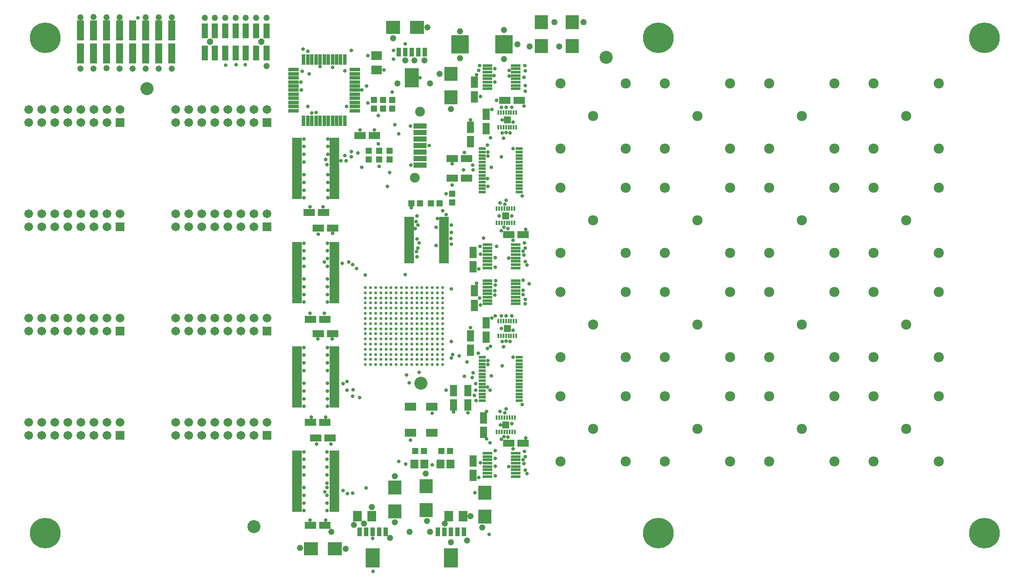
<source format=gts>
%FSLAX24Y24*%
%MOIN*%
G70*
G01*
G75*
G04 Layer_Color=8388736*
G04 Layer_Color=8388736*
%ADD10C,0.0177*%
%ADD11R,0.0394X0.0433*%
%ADD12R,0.0472X0.0787*%
%ADD13C,0.0400*%
%ADD14R,0.0394X0.1083*%
%ADD15R,0.0500X0.1449*%
%ADD16R,0.1024X0.0945*%
%ADD17R,0.1000X0.1400*%
%ADD18R,0.0300X0.0600*%
%ADD19R,0.0472X0.0472*%
%ADD20R,0.0098X0.0256*%
%ADD21R,0.0492X0.0165*%
%ADD22R,0.0650X0.0118*%
%ADD23R,0.0945X0.1024*%
%ADD24R,0.0787X0.0551*%
%ADD25R,0.0787X0.0472*%
%ADD26R,0.0669X0.0177*%
%ADD27R,0.0669X0.0177*%
%ADD28R,0.0197X0.0748*%
%ADD29R,0.0748X0.0197*%
%ADD30R,0.0945X0.0354*%
%ADD31R,0.0433X0.0394*%
%ADD32R,0.0709X0.0630*%
%ADD33R,0.0630X0.0709*%
%ADD34R,0.0512X0.0630*%
%ADD35R,0.1240X0.1360*%
%ADD36C,0.0060*%
%ADD37C,0.0080*%
%ADD38C,0.0100*%
%ADD39C,0.0120*%
%ADD40C,0.0200*%
%ADD41C,0.0160*%
%ADD42C,0.0110*%
%ADD43C,0.0150*%
%ADD44C,0.1750*%
%ADD45C,0.0433*%
%ADD46C,0.0700*%
%ADD47R,0.0591X0.0591*%
%ADD48C,0.0591*%
%ADD49C,0.0669*%
%ADD50C,0.0200*%
%ADD51R,0.0354X0.0276*%
%ADD52R,0.0276X0.0354*%
%ADD53C,0.0079*%
%ADD54C,0.0098*%
%ADD55C,0.0070*%
%ADD56C,0.0040*%
%ADD57C,0.0600*%
%ADD58C,0.0025*%
%ADD59C,0.0217*%
%ADD60R,0.0474X0.0513*%
%ADD61R,0.0552X0.0867*%
%ADD62C,0.1000*%
%ADD63R,0.0474X0.1163*%
%ADD64R,0.0580X0.1529*%
%ADD65R,0.1104X0.1025*%
%ADD66R,0.1080X0.1480*%
%ADD67R,0.0380X0.0680*%
%ADD68R,0.0552X0.0552*%
%ADD69R,0.0178X0.0336*%
%ADD70R,0.0572X0.0245*%
%ADD71R,0.0730X0.0198*%
%ADD72R,0.1025X0.1104*%
%ADD73R,0.0867X0.0631*%
%ADD74R,0.0867X0.0552*%
%ADD75R,0.0749X0.0257*%
%ADD76R,0.0749X0.0257*%
%ADD77R,0.0277X0.0828*%
%ADD78R,0.0828X0.0277*%
%ADD79R,0.1025X0.0434*%
%ADD80R,0.0513X0.0474*%
%ADD81R,0.0789X0.0710*%
%ADD82R,0.0710X0.0789*%
%ADD83R,0.0592X0.0710*%
%ADD84R,0.1320X0.1440*%
%ADD85C,0.2350*%
%ADD86C,0.0513*%
%ADD87C,0.0780*%
%ADD88R,0.0671X0.0671*%
%ADD89C,0.0671*%
%ADD90C,0.0749*%
%ADD91C,0.0280*%
%ADD92C,0.0480*%
D59*
X52953Y47441D02*
D03*
X53740Y48228D02*
D03*
X53346D02*
D03*
X55709Y52559D02*
D03*
X56102Y52165D02*
D03*
X56890Y52559D02*
D03*
X56496D02*
D03*
X56102Y52953D02*
D03*
Y53346D02*
D03*
Y52559D02*
D03*
X55709Y52165D02*
D03*
X55315Y52953D02*
D03*
Y53346D02*
D03*
X55709Y47441D02*
D03*
Y48622D02*
D03*
X56496Y49016D02*
D03*
X55709D02*
D03*
X56102Y49409D02*
D03*
X55709D02*
D03*
X54921Y51772D02*
D03*
X56890Y52953D02*
D03*
Y53346D02*
D03*
Y52165D02*
D03*
X57677Y52953D02*
D03*
X57283D02*
D03*
X57677Y53346D02*
D03*
X57283D02*
D03*
X56496Y52165D02*
D03*
X58465Y47441D02*
D03*
Y49409D02*
D03*
Y49803D02*
D03*
Y50197D02*
D03*
Y50591D02*
D03*
Y50984D02*
D03*
Y51378D02*
D03*
Y51772D02*
D03*
Y52165D02*
D03*
Y52559D02*
D03*
Y52953D02*
D03*
Y53346D02*
D03*
X58071Y47441D02*
D03*
Y47835D02*
D03*
Y48228D02*
D03*
Y49803D02*
D03*
Y50197D02*
D03*
Y50591D02*
D03*
Y50984D02*
D03*
Y51378D02*
D03*
Y51772D02*
D03*
Y52165D02*
D03*
Y52559D02*
D03*
Y52953D02*
D03*
Y53346D02*
D03*
X57677Y47441D02*
D03*
Y47835D02*
D03*
Y48622D02*
D03*
Y49016D02*
D03*
Y50197D02*
D03*
Y50591D02*
D03*
Y50984D02*
D03*
Y51378D02*
D03*
Y51772D02*
D03*
Y52165D02*
D03*
Y52559D02*
D03*
X57283Y47441D02*
D03*
Y47835D02*
D03*
Y48228D02*
D03*
Y48622D02*
D03*
Y49016D02*
D03*
Y49803D02*
D03*
Y50197D02*
D03*
Y50591D02*
D03*
Y50984D02*
D03*
Y51378D02*
D03*
Y51772D02*
D03*
Y52165D02*
D03*
Y52559D02*
D03*
X56890Y47441D02*
D03*
Y47835D02*
D03*
Y48228D02*
D03*
Y48622D02*
D03*
Y49016D02*
D03*
Y49409D02*
D03*
Y49803D02*
D03*
Y50197D02*
D03*
Y50591D02*
D03*
Y50984D02*
D03*
Y51378D02*
D03*
Y51772D02*
D03*
X56496Y47441D02*
D03*
Y47835D02*
D03*
Y48228D02*
D03*
Y48622D02*
D03*
Y49409D02*
D03*
Y49803D02*
D03*
Y50197D02*
D03*
Y50591D02*
D03*
Y50984D02*
D03*
Y51378D02*
D03*
Y51772D02*
D03*
Y52953D02*
D03*
Y53346D02*
D03*
X56102Y47441D02*
D03*
Y47835D02*
D03*
Y48228D02*
D03*
Y48622D02*
D03*
Y49016D02*
D03*
Y49803D02*
D03*
Y50197D02*
D03*
Y50591D02*
D03*
Y50984D02*
D03*
Y51378D02*
D03*
Y51772D02*
D03*
X55709Y47835D02*
D03*
Y48228D02*
D03*
Y49803D02*
D03*
Y50197D02*
D03*
Y50591D02*
D03*
Y50984D02*
D03*
Y51378D02*
D03*
Y51772D02*
D03*
Y52953D02*
D03*
Y53346D02*
D03*
X55315Y47441D02*
D03*
Y47835D02*
D03*
Y49016D02*
D03*
Y49409D02*
D03*
Y49803D02*
D03*
Y50197D02*
D03*
Y50591D02*
D03*
Y50984D02*
D03*
Y51378D02*
D03*
Y51772D02*
D03*
Y52165D02*
D03*
Y52559D02*
D03*
X54921Y49016D02*
D03*
Y49409D02*
D03*
Y49803D02*
D03*
Y50197D02*
D03*
Y50591D02*
D03*
Y50984D02*
D03*
Y51378D02*
D03*
Y52165D02*
D03*
Y52559D02*
D03*
Y52953D02*
D03*
Y53346D02*
D03*
X54528Y47441D02*
D03*
Y49016D02*
D03*
Y49409D02*
D03*
Y49803D02*
D03*
Y50197D02*
D03*
Y50591D02*
D03*
Y50984D02*
D03*
Y51378D02*
D03*
Y51772D02*
D03*
Y52165D02*
D03*
Y52559D02*
D03*
Y52953D02*
D03*
Y53346D02*
D03*
X54134Y49016D02*
D03*
Y50197D02*
D03*
Y50591D02*
D03*
Y51772D02*
D03*
Y52165D02*
D03*
Y52559D02*
D03*
Y52953D02*
D03*
Y53346D02*
D03*
X53740Y48622D02*
D03*
Y50591D02*
D03*
Y52165D02*
D03*
Y52559D02*
D03*
Y52953D02*
D03*
Y53346D02*
D03*
X53346Y49016D02*
D03*
Y50591D02*
D03*
Y52953D02*
D03*
Y53346D02*
D03*
X52953Y47835D02*
D03*
Y49803D02*
D03*
Y50591D02*
D03*
Y52953D02*
D03*
Y53346D02*
D03*
X52559Y47441D02*
D03*
Y49409D02*
D03*
Y49803D02*
D03*
Y51378D02*
D03*
Y53346D02*
D03*
X52953Y51378D02*
D03*
X52559Y50984D02*
D03*
X52953D02*
D03*
X52559Y50591D02*
D03*
X54134Y50984D02*
D03*
X52559Y52165D02*
D03*
Y51772D02*
D03*
X52953D02*
D03*
X53346Y50984D02*
D03*
X53740Y51772D02*
D03*
X52559Y52559D02*
D03*
X52953Y52165D02*
D03*
X53346Y51378D02*
D03*
X54134D02*
D03*
X52559Y52953D02*
D03*
X52953Y52559D02*
D03*
X53346D02*
D03*
Y51772D02*
D03*
Y52165D02*
D03*
X53740Y51378D02*
D03*
Y50984D02*
D03*
X53346Y50197D02*
D03*
X53740D02*
D03*
Y49803D02*
D03*
X54134D02*
D03*
X52559Y50197D02*
D03*
X52953D02*
D03*
X53346Y49803D02*
D03*
X52953Y49409D02*
D03*
X52559Y49016D02*
D03*
X52953D02*
D03*
X52559Y48622D02*
D03*
Y48228D02*
D03*
Y47835D02*
D03*
X53740Y49409D02*
D03*
X54134D02*
D03*
X53740Y49016D02*
D03*
X53346Y49409D02*
D03*
X52953Y48622D02*
D03*
X53346D02*
D03*
X52953Y48228D02*
D03*
X53346Y47835D02*
D03*
X53740D02*
D03*
X54134D02*
D03*
X54528D02*
D03*
X54921D02*
D03*
X53346Y47441D02*
D03*
X53740D02*
D03*
X54134D02*
D03*
X54921D02*
D03*
X55315Y48622D02*
D03*
X54134D02*
D03*
X54528D02*
D03*
X54134Y48228D02*
D03*
X54528D02*
D03*
X54921D02*
D03*
Y48622D02*
D03*
X55315Y48228D02*
D03*
X57677D02*
D03*
Y49803D02*
D03*
X58465Y48228D02*
D03*
Y47835D02*
D03*
Y48622D02*
D03*
X57677Y49409D02*
D03*
X58071Y48622D02*
D03*
X57283Y49409D02*
D03*
X58071D02*
D03*
Y49016D02*
D03*
X58465D02*
D03*
D60*
X54400Y63165D02*
D03*
Y63835D02*
D03*
X53600Y63165D02*
D03*
Y63835D02*
D03*
X53900Y67735D02*
D03*
Y67065D02*
D03*
X54600Y67065D02*
D03*
Y67735D02*
D03*
X52800Y63165D02*
D03*
Y63835D02*
D03*
X53200Y67065D02*
D03*
Y67735D02*
D03*
X59200Y60535D02*
D03*
Y59865D02*
D03*
D61*
X61600Y43351D02*
D03*
Y42249D02*
D03*
X61800Y49549D02*
D03*
Y65549D02*
D03*
X60600Y65651D02*
D03*
Y64549D02*
D03*
X60900Y53100D02*
D03*
X60400Y45451D02*
D03*
X60800Y40051D02*
D03*
X60600Y48549D02*
D03*
X60900Y69100D02*
D03*
X61800Y66651D02*
D03*
X60800Y56051D02*
D03*
X60900Y67998D02*
D03*
Y51998D02*
D03*
X60400Y44349D02*
D03*
X61800Y50651D02*
D03*
X60800Y54949D02*
D03*
Y38949D02*
D03*
X60600Y49651D02*
D03*
X59300Y45451D02*
D03*
Y44349D02*
D03*
D62*
X56800Y46000D02*
D03*
X35800Y68600D02*
D03*
X44000Y35000D02*
D03*
X71000Y71000D02*
D03*
D63*
X40238Y71363D02*
D03*
X41025D02*
D03*
X41813D02*
D03*
X42600D02*
D03*
X43387D02*
D03*
X44175D02*
D03*
X40238Y73037D02*
D03*
X41025D02*
D03*
X41813D02*
D03*
X42600D02*
D03*
X43387D02*
D03*
X44175D02*
D03*
X44962Y71363D02*
D03*
Y73037D02*
D03*
D64*
X30700Y73074D02*
D03*
Y71326D02*
D03*
X31700Y73074D02*
D03*
Y71326D02*
D03*
X32700Y73074D02*
D03*
Y71326D02*
D03*
X33700Y73074D02*
D03*
Y71326D02*
D03*
X34700Y73074D02*
D03*
Y71326D02*
D03*
X35700Y73074D02*
D03*
Y71326D02*
D03*
X36700Y73074D02*
D03*
Y71326D02*
D03*
X37700Y73074D02*
D03*
Y71326D02*
D03*
D65*
X56506Y73300D02*
D03*
X54694D02*
D03*
X50206Y33300D02*
D03*
X48394D02*
D03*
D66*
X53100Y32631D02*
D03*
X59100D02*
D03*
X56102Y69432D02*
D03*
D67*
X53600Y34600D02*
D03*
X52100D02*
D03*
X54100D02*
D03*
X52600D02*
D03*
X53100D02*
D03*
X59100D02*
D03*
X58600D02*
D03*
X60100D02*
D03*
X58100D02*
D03*
X59600D02*
D03*
X56102Y71400D02*
D03*
X55602D02*
D03*
X57102D02*
D03*
X55102D02*
D03*
X56602D02*
D03*
D68*
X63310Y42820D02*
D03*
X63300Y58850D02*
D03*
X63432Y66200D02*
D03*
Y50200D02*
D03*
D69*
X62621Y42270D02*
D03*
X62818D02*
D03*
X63015D02*
D03*
X63212D02*
D03*
X63408D02*
D03*
X63605D02*
D03*
X63802D02*
D03*
X63999D02*
D03*
Y43392D02*
D03*
X63802D02*
D03*
X63605D02*
D03*
X63408D02*
D03*
X63212D02*
D03*
X63015D02*
D03*
X62818D02*
D03*
X62621D02*
D03*
X62611Y58300D02*
D03*
X62808D02*
D03*
X63005D02*
D03*
X63202D02*
D03*
X63398D02*
D03*
X63595D02*
D03*
X63792D02*
D03*
X63989D02*
D03*
Y59422D02*
D03*
X63792D02*
D03*
X63595D02*
D03*
X63398D02*
D03*
X63202D02*
D03*
X63005D02*
D03*
X62808D02*
D03*
X62611D02*
D03*
X62743Y65650D02*
D03*
X62940D02*
D03*
X63136D02*
D03*
X63333D02*
D03*
X63530D02*
D03*
X63727D02*
D03*
X63924D02*
D03*
X64121D02*
D03*
Y66772D02*
D03*
X63924D02*
D03*
X63727D02*
D03*
X63530D02*
D03*
X63333D02*
D03*
X63136D02*
D03*
X62940D02*
D03*
X62743D02*
D03*
Y49650D02*
D03*
X62940D02*
D03*
X63136D02*
D03*
X63333D02*
D03*
X63530D02*
D03*
X63727D02*
D03*
X63924D02*
D03*
X64121D02*
D03*
Y50772D02*
D03*
X63924D02*
D03*
X63727D02*
D03*
X63530D02*
D03*
X63333D02*
D03*
X63136D02*
D03*
X62940D02*
D03*
X62743D02*
D03*
D70*
X61500Y46982D02*
D03*
Y62982D02*
D03*
Y47750D02*
D03*
X64335D02*
D03*
Y47494D02*
D03*
Y47238D02*
D03*
Y46982D02*
D03*
X61500Y46726D02*
D03*
Y46470D02*
D03*
Y46215D02*
D03*
Y45191D02*
D03*
X64335Y44679D02*
D03*
Y48006D02*
D03*
X61500Y47494D02*
D03*
Y47238D02*
D03*
Y45703D02*
D03*
X64335D02*
D03*
Y45191D02*
D03*
Y45959D02*
D03*
Y46215D02*
D03*
Y46470D02*
D03*
Y46726D02*
D03*
Y44935D02*
D03*
Y45447D02*
D03*
Y64006D02*
D03*
X61500Y63750D02*
D03*
X64335D02*
D03*
X61500Y63494D02*
D03*
X64335D02*
D03*
X61500Y63238D02*
D03*
X64335D02*
D03*
Y62982D02*
D03*
X61500Y62726D02*
D03*
X64335D02*
D03*
X61500Y62470D02*
D03*
X64335D02*
D03*
X61500Y62215D02*
D03*
X64335D02*
D03*
Y61959D02*
D03*
X61500Y61703D02*
D03*
X64335D02*
D03*
Y61447D02*
D03*
X61500Y61191D02*
D03*
X64335D02*
D03*
Y60935D02*
D03*
Y60679D02*
D03*
X61500D02*
D03*
Y64006D02*
D03*
Y48006D02*
D03*
Y61959D02*
D03*
Y61447D02*
D03*
Y60935D02*
D03*
Y44679D02*
D03*
Y44935D02*
D03*
Y45959D02*
D03*
Y45447D02*
D03*
D71*
X61907Y68604D02*
D03*
Y68860D02*
D03*
Y69116D02*
D03*
Y69372D02*
D03*
X64093Y69884D02*
D03*
Y69628D02*
D03*
X61907Y70396D02*
D03*
Y70140D02*
D03*
Y69884D02*
D03*
Y69628D02*
D03*
X64093Y70396D02*
D03*
Y70140D02*
D03*
Y69372D02*
D03*
Y69116D02*
D03*
Y68860D02*
D03*
Y68604D02*
D03*
X61907Y40646D02*
D03*
Y40390D02*
D03*
Y40134D02*
D03*
Y39878D02*
D03*
Y39622D02*
D03*
X64093Y40646D02*
D03*
Y40390D02*
D03*
Y39622D02*
D03*
Y39366D02*
D03*
Y39110D02*
D03*
Y38854D02*
D03*
X61907Y56646D02*
D03*
Y56390D02*
D03*
Y56134D02*
D03*
Y55878D02*
D03*
Y55622D02*
D03*
X64093Y56646D02*
D03*
Y56390D02*
D03*
Y55622D02*
D03*
Y55366D02*
D03*
Y55110D02*
D03*
Y54854D02*
D03*
X47323Y64764D02*
D03*
Y64567D02*
D03*
Y64370D02*
D03*
Y64173D02*
D03*
Y63976D02*
D03*
Y63780D02*
D03*
Y63583D02*
D03*
Y63386D02*
D03*
Y63189D02*
D03*
Y62992D02*
D03*
Y62795D02*
D03*
Y62598D02*
D03*
Y62402D02*
D03*
Y62205D02*
D03*
Y62008D02*
D03*
Y61811D02*
D03*
Y61614D02*
D03*
Y61417D02*
D03*
Y61220D02*
D03*
Y61024D02*
D03*
Y60827D02*
D03*
Y60630D02*
D03*
Y60433D02*
D03*
Y60236D02*
D03*
X50177Y64764D02*
D03*
Y64567D02*
D03*
Y64370D02*
D03*
Y64173D02*
D03*
Y63976D02*
D03*
Y63780D02*
D03*
Y63583D02*
D03*
Y63386D02*
D03*
Y63189D02*
D03*
Y62992D02*
D03*
Y62795D02*
D03*
Y62598D02*
D03*
Y62402D02*
D03*
Y62205D02*
D03*
Y62008D02*
D03*
Y61811D02*
D03*
Y61614D02*
D03*
Y61417D02*
D03*
Y61220D02*
D03*
Y61024D02*
D03*
Y60827D02*
D03*
Y60630D02*
D03*
Y60433D02*
D03*
Y60236D02*
D03*
X47323Y48764D02*
D03*
Y48567D02*
D03*
Y48370D02*
D03*
Y48173D02*
D03*
Y47976D02*
D03*
Y47780D02*
D03*
Y47583D02*
D03*
Y47386D02*
D03*
Y47189D02*
D03*
Y46992D02*
D03*
Y46795D02*
D03*
Y46598D02*
D03*
Y46402D02*
D03*
Y46205D02*
D03*
Y46008D02*
D03*
Y45811D02*
D03*
Y45614D02*
D03*
Y45417D02*
D03*
Y45220D02*
D03*
Y45024D02*
D03*
Y44827D02*
D03*
Y44630D02*
D03*
Y44433D02*
D03*
Y44236D02*
D03*
X50177Y48764D02*
D03*
Y48567D02*
D03*
Y48370D02*
D03*
Y48173D02*
D03*
Y47976D02*
D03*
Y47780D02*
D03*
Y47583D02*
D03*
Y47386D02*
D03*
Y47189D02*
D03*
Y46992D02*
D03*
Y46795D02*
D03*
Y46598D02*
D03*
Y46402D02*
D03*
Y46205D02*
D03*
Y46008D02*
D03*
Y45811D02*
D03*
Y45614D02*
D03*
Y45417D02*
D03*
Y45220D02*
D03*
Y45024D02*
D03*
Y44827D02*
D03*
Y44630D02*
D03*
Y44433D02*
D03*
Y44236D02*
D03*
X47323Y56764D02*
D03*
Y56567D02*
D03*
Y56370D02*
D03*
Y56173D02*
D03*
Y55976D02*
D03*
Y55780D02*
D03*
Y55583D02*
D03*
Y55386D02*
D03*
Y55189D02*
D03*
Y54992D02*
D03*
Y54795D02*
D03*
Y54598D02*
D03*
Y54402D02*
D03*
Y54205D02*
D03*
Y54008D02*
D03*
Y53811D02*
D03*
Y53614D02*
D03*
Y53417D02*
D03*
Y53220D02*
D03*
Y53024D02*
D03*
Y52827D02*
D03*
Y52630D02*
D03*
Y52433D02*
D03*
Y52236D02*
D03*
X50177Y56764D02*
D03*
Y56567D02*
D03*
Y56370D02*
D03*
Y56173D02*
D03*
Y55976D02*
D03*
Y55780D02*
D03*
Y55583D02*
D03*
Y55386D02*
D03*
Y55189D02*
D03*
Y54992D02*
D03*
Y54795D02*
D03*
Y54598D02*
D03*
Y54402D02*
D03*
Y54205D02*
D03*
Y54008D02*
D03*
Y53811D02*
D03*
Y53614D02*
D03*
Y53417D02*
D03*
Y53220D02*
D03*
Y53024D02*
D03*
Y52827D02*
D03*
Y52630D02*
D03*
Y52433D02*
D03*
Y52236D02*
D03*
Y36236D02*
D03*
Y36433D02*
D03*
Y36630D02*
D03*
Y36827D02*
D03*
Y37024D02*
D03*
Y37220D02*
D03*
Y37417D02*
D03*
Y37614D02*
D03*
Y37811D02*
D03*
Y38008D02*
D03*
Y38205D02*
D03*
Y38402D02*
D03*
Y38598D02*
D03*
Y38795D02*
D03*
Y38992D02*
D03*
Y39189D02*
D03*
Y39386D02*
D03*
Y39583D02*
D03*
Y39780D02*
D03*
Y39976D02*
D03*
Y40173D02*
D03*
Y40370D02*
D03*
Y40567D02*
D03*
Y40764D02*
D03*
X47323Y36236D02*
D03*
Y36433D02*
D03*
Y36630D02*
D03*
Y36827D02*
D03*
Y37024D02*
D03*
Y37220D02*
D03*
Y37417D02*
D03*
Y37614D02*
D03*
Y37811D02*
D03*
Y38008D02*
D03*
Y38205D02*
D03*
Y38402D02*
D03*
Y38598D02*
D03*
Y38795D02*
D03*
Y38992D02*
D03*
Y39189D02*
D03*
Y39386D02*
D03*
Y39583D02*
D03*
Y39780D02*
D03*
Y39976D02*
D03*
Y40173D02*
D03*
Y40370D02*
D03*
Y40567D02*
D03*
Y40764D02*
D03*
X64093Y55878D02*
D03*
Y56134D02*
D03*
X61907Y55366D02*
D03*
Y55110D02*
D03*
Y54854D02*
D03*
X64093Y39878D02*
D03*
Y40134D02*
D03*
X61907Y39366D02*
D03*
Y39110D02*
D03*
Y38854D02*
D03*
Y53896D02*
D03*
Y53640D02*
D03*
Y53384D02*
D03*
Y53128D02*
D03*
Y52872D02*
D03*
Y52616D02*
D03*
Y52360D02*
D03*
Y52104D02*
D03*
X64093Y53896D02*
D03*
Y53640D02*
D03*
Y53384D02*
D03*
Y53128D02*
D03*
Y52872D02*
D03*
Y52616D02*
D03*
Y52360D02*
D03*
Y52104D02*
D03*
D72*
X61700Y35794D02*
D03*
Y37606D02*
D03*
X59126Y67943D02*
D03*
Y69754D02*
D03*
X54800Y38006D02*
D03*
Y36194D02*
D03*
X57200Y38106D02*
D03*
Y36294D02*
D03*
X68400Y71894D02*
D03*
Y73706D02*
D03*
X66050Y71894D02*
D03*
Y73706D02*
D03*
D73*
X57654Y44200D02*
D03*
X56000D02*
D03*
X57654Y42200D02*
D03*
X56000D02*
D03*
D74*
X48949Y49800D02*
D03*
X50051D02*
D03*
X49451Y43000D02*
D03*
X48349D02*
D03*
X49351Y59100D02*
D03*
X48249D02*
D03*
X53251Y65000D02*
D03*
X52149D02*
D03*
X48749Y41800D02*
D03*
X49851D02*
D03*
X49451Y35100D02*
D03*
X48349D02*
D03*
X49451Y50900D02*
D03*
X48349D02*
D03*
X48949Y57900D02*
D03*
X50051D02*
D03*
X63549Y41400D02*
D03*
X63249Y67700D02*
D03*
X59199Y63250D02*
D03*
X60301D02*
D03*
X64351Y67700D02*
D03*
X64651Y41400D02*
D03*
Y57400D02*
D03*
X63549D02*
D03*
X60301Y61750D02*
D03*
X59199D02*
D03*
D75*
X55911Y58663D02*
D03*
D76*
Y58407D02*
D03*
Y58152D02*
D03*
Y57896D02*
D03*
Y57640D02*
D03*
Y57384D02*
D03*
Y57128D02*
D03*
Y56872D02*
D03*
Y56616D02*
D03*
Y56360D02*
D03*
Y56104D02*
D03*
Y55848D02*
D03*
Y55593D02*
D03*
Y55337D02*
D03*
X58589Y58663D02*
D03*
Y58407D02*
D03*
Y58152D02*
D03*
Y57896D02*
D03*
Y57640D02*
D03*
Y57384D02*
D03*
Y57128D02*
D03*
Y56872D02*
D03*
Y56616D02*
D03*
Y56360D02*
D03*
Y56104D02*
D03*
Y55848D02*
D03*
Y55593D02*
D03*
Y55337D02*
D03*
D77*
X50975Y70843D02*
D03*
X50660D02*
D03*
X50345D02*
D03*
X50030D02*
D03*
X49715D02*
D03*
X49400D02*
D03*
X49085D02*
D03*
X48770D02*
D03*
X48455D02*
D03*
X48140D02*
D03*
X47825D02*
D03*
X50975Y66157D02*
D03*
X50660D02*
D03*
X50345D02*
D03*
X50030D02*
D03*
X49715D02*
D03*
X49400D02*
D03*
X49085D02*
D03*
X48770D02*
D03*
X48455D02*
D03*
X48140D02*
D03*
X47825D02*
D03*
D78*
X51743Y68500D02*
D03*
Y68815D02*
D03*
X47057Y70075D02*
D03*
Y69760D02*
D03*
Y69445D02*
D03*
Y69130D02*
D03*
Y68815D02*
D03*
Y68500D02*
D03*
Y68185D02*
D03*
Y67870D02*
D03*
Y67555D02*
D03*
Y67240D02*
D03*
Y66925D02*
D03*
X51743Y70075D02*
D03*
Y69760D02*
D03*
Y69445D02*
D03*
Y69130D02*
D03*
Y68185D02*
D03*
Y67870D02*
D03*
Y67555D02*
D03*
Y67240D02*
D03*
Y66925D02*
D03*
D79*
X56750Y65750D02*
D03*
Y65250D02*
D03*
Y64750D02*
D03*
Y64250D02*
D03*
Y63750D02*
D03*
Y63250D02*
D03*
Y62750D02*
D03*
D80*
X56065Y59800D02*
D03*
X56735D02*
D03*
X58235D02*
D03*
X57565D02*
D03*
X59035Y40800D02*
D03*
X58365D02*
D03*
X56365D02*
D03*
X57035D02*
D03*
D81*
X53400Y70049D02*
D03*
Y71151D02*
D03*
D82*
X53051Y35800D02*
D03*
X51949D02*
D03*
X60051D02*
D03*
X58949D02*
D03*
D83*
X57074Y39800D02*
D03*
X56326D02*
D03*
X59074D02*
D03*
X58326D02*
D03*
D84*
X59810Y72000D02*
D03*
X63190D02*
D03*
D85*
X28000Y72500D02*
D03*
X75000D02*
D03*
Y34500D02*
D03*
X28000D02*
D03*
X100000Y72500D02*
D03*
Y34500D02*
D03*
D86*
X44569Y72200D02*
D03*
X40631D02*
D03*
D87*
X86000Y50500D02*
D03*
X83500Y48000D02*
D03*
X88500D02*
D03*
Y53000D02*
D03*
X78000Y50500D02*
D03*
X75500Y48000D02*
D03*
X80500D02*
D03*
Y53000D02*
D03*
X70000Y50500D02*
D03*
X67500Y48000D02*
D03*
X72500D02*
D03*
Y53000D02*
D03*
X94000Y42500D02*
D03*
X91500Y40000D02*
D03*
X96500D02*
D03*
Y45000D02*
D03*
X86000Y42500D02*
D03*
X83500Y40000D02*
D03*
X88500D02*
D03*
Y45000D02*
D03*
X78000Y42500D02*
D03*
X75500Y40000D02*
D03*
X80500D02*
D03*
Y45000D02*
D03*
X70000Y42500D02*
D03*
X67500Y40000D02*
D03*
X72500D02*
D03*
Y45000D02*
D03*
X70000Y58500D02*
D03*
X67500Y56000D02*
D03*
X72500D02*
D03*
Y61000D02*
D03*
X78000Y58500D02*
D03*
X75500Y56000D02*
D03*
X80500D02*
D03*
Y61000D02*
D03*
X86000Y58500D02*
D03*
X83500Y56000D02*
D03*
X88500D02*
D03*
Y61000D02*
D03*
X94000Y58500D02*
D03*
X91500Y56000D02*
D03*
X96500D02*
D03*
Y61000D02*
D03*
X70000Y66500D02*
D03*
X67500Y64000D02*
D03*
X72500D02*
D03*
Y69000D02*
D03*
X78000Y66500D02*
D03*
X75500Y64000D02*
D03*
X80500D02*
D03*
Y69000D02*
D03*
X86000Y66500D02*
D03*
X83500Y64000D02*
D03*
X88500D02*
D03*
Y69000D02*
D03*
X94000Y66500D02*
D03*
X91500Y64000D02*
D03*
X96500D02*
D03*
Y69000D02*
D03*
X91500D02*
D03*
X83500D02*
D03*
Y53000D02*
D03*
X75500Y69000D02*
D03*
Y53000D02*
D03*
X67500Y69000D02*
D03*
Y53000D02*
D03*
X91500Y61000D02*
D03*
Y45000D02*
D03*
X83500Y61000D02*
D03*
Y45000D02*
D03*
X75500Y61000D02*
D03*
Y45000D02*
D03*
X67500Y61000D02*
D03*
Y45000D02*
D03*
X91500Y53000D02*
D03*
X96500D02*
D03*
Y48000D02*
D03*
X91500D02*
D03*
X94000Y50500D02*
D03*
D88*
X33750Y42000D02*
D03*
X45000D02*
D03*
X33750Y50000D02*
D03*
X45000D02*
D03*
X33750Y58000D02*
D03*
X45000D02*
D03*
X33750Y66000D02*
D03*
X45000D02*
D03*
D89*
X33750Y43000D02*
D03*
X32750Y42000D02*
D03*
Y43000D02*
D03*
X31750Y42000D02*
D03*
Y43000D02*
D03*
X30750Y42000D02*
D03*
Y43000D02*
D03*
X29750Y42000D02*
D03*
Y43000D02*
D03*
X28750Y42000D02*
D03*
Y43000D02*
D03*
X27750Y42000D02*
D03*
Y43000D02*
D03*
X26750Y42000D02*
D03*
Y43000D02*
D03*
X45000D02*
D03*
X44000Y42000D02*
D03*
Y43000D02*
D03*
X43000Y42000D02*
D03*
Y43000D02*
D03*
X42000Y42000D02*
D03*
Y43000D02*
D03*
X41000Y42000D02*
D03*
Y43000D02*
D03*
X40000Y42000D02*
D03*
Y43000D02*
D03*
X39000Y42000D02*
D03*
Y43000D02*
D03*
X38000Y42000D02*
D03*
Y43000D02*
D03*
X33750Y51000D02*
D03*
X32750Y50000D02*
D03*
Y51000D02*
D03*
X31750Y50000D02*
D03*
Y51000D02*
D03*
X30750Y50000D02*
D03*
Y51000D02*
D03*
X29750Y50000D02*
D03*
Y51000D02*
D03*
X28750Y50000D02*
D03*
Y51000D02*
D03*
X27750Y50000D02*
D03*
Y51000D02*
D03*
X26750Y50000D02*
D03*
Y51000D02*
D03*
X45000D02*
D03*
X44000Y50000D02*
D03*
Y51000D02*
D03*
X43000Y50000D02*
D03*
Y51000D02*
D03*
X42000Y50000D02*
D03*
Y51000D02*
D03*
X41000Y50000D02*
D03*
Y51000D02*
D03*
X40000Y50000D02*
D03*
Y51000D02*
D03*
X39000Y50000D02*
D03*
Y51000D02*
D03*
X38000Y50000D02*
D03*
Y51000D02*
D03*
X33750Y59000D02*
D03*
X32750Y58000D02*
D03*
Y59000D02*
D03*
X31750Y58000D02*
D03*
Y59000D02*
D03*
X30750Y58000D02*
D03*
Y59000D02*
D03*
X29750Y58000D02*
D03*
Y59000D02*
D03*
X28750Y58000D02*
D03*
Y59000D02*
D03*
X27750Y58000D02*
D03*
Y59000D02*
D03*
X26750Y58000D02*
D03*
Y59000D02*
D03*
X45000D02*
D03*
X44000Y58000D02*
D03*
Y59000D02*
D03*
X43000Y58000D02*
D03*
Y59000D02*
D03*
X42000Y58000D02*
D03*
Y59000D02*
D03*
X41000Y58000D02*
D03*
Y59000D02*
D03*
X40000Y58000D02*
D03*
Y59000D02*
D03*
X39000Y58000D02*
D03*
Y59000D02*
D03*
X38000Y58000D02*
D03*
Y59000D02*
D03*
X33750Y67000D02*
D03*
X32750Y66000D02*
D03*
Y67000D02*
D03*
X31750Y66000D02*
D03*
Y67000D02*
D03*
X30750Y66000D02*
D03*
Y67000D02*
D03*
X29750Y66000D02*
D03*
Y67000D02*
D03*
X28750Y66000D02*
D03*
Y67000D02*
D03*
X27750Y66000D02*
D03*
Y67000D02*
D03*
X26750Y66000D02*
D03*
Y67000D02*
D03*
X45000D02*
D03*
X44000Y66000D02*
D03*
Y67000D02*
D03*
X43000Y66000D02*
D03*
Y67000D02*
D03*
X42000Y66000D02*
D03*
Y67000D02*
D03*
X41000Y66000D02*
D03*
Y67000D02*
D03*
X40000Y66000D02*
D03*
Y67000D02*
D03*
X39000Y66000D02*
D03*
Y67000D02*
D03*
X38000Y66000D02*
D03*
Y67000D02*
D03*
D90*
X56750Y66833D02*
D03*
X56356Y61782D02*
D03*
D91*
X61850Y41750D02*
D03*
Y43850D02*
D03*
X41850Y70400D02*
D03*
X47700Y69950D02*
D03*
X42650Y70450D02*
D03*
X43350D02*
D03*
X47794Y71644D02*
D03*
X35100Y74050D02*
D03*
X48250Y69750D02*
D03*
X55613Y54333D02*
D03*
X59156Y53251D02*
D03*
X63780Y42913D02*
D03*
X62899Y42820D02*
D03*
X63780Y58858D02*
D03*
X62804Y58850D02*
D03*
X63878Y66043D02*
D03*
X63032Y66200D02*
D03*
X63878Y50098D02*
D03*
X62995Y50200D02*
D03*
X63189Y41929D02*
D03*
X63186Y57969D02*
D03*
X63333Y65252D02*
D03*
X62201Y62595D02*
D03*
X63333Y49252D02*
D03*
X62201Y46595D02*
D03*
X62152Y64859D02*
D03*
Y48859D02*
D03*
X62992Y63386D02*
D03*
X60600Y66210D02*
D03*
X62478Y53128D02*
D03*
X60932Y37606D02*
D03*
X62057Y34400D02*
D03*
X49508Y63169D02*
D03*
X47835Y64764D02*
D03*
X52559Y54331D02*
D03*
X51870Y54823D02*
D03*
X50984Y69980D02*
D03*
X55709Y46654D02*
D03*
X57677Y43701D02*
D03*
X56000Y41638D02*
D03*
X48327Y35531D02*
D03*
X49508D02*
D03*
X49902Y41339D02*
D03*
X48819D02*
D03*
X48425Y43406D02*
D03*
X49508D02*
D03*
X50000Y49409D02*
D03*
X48917Y49409D02*
D03*
X49409Y51378D02*
D03*
X48327D02*
D03*
X50051Y57531D02*
D03*
X48949Y57449D02*
D03*
X48327Y59547D02*
D03*
X49311D02*
D03*
X47861Y40764D02*
D03*
Y40173D02*
D03*
Y39583D02*
D03*
Y38992D02*
D03*
Y38008D02*
D03*
Y37417D02*
D03*
Y36827D02*
D03*
Y36236D02*
D03*
Y48764D02*
D03*
Y48173D02*
D03*
Y47583D02*
D03*
Y46992D02*
D03*
Y46008D02*
D03*
Y45417D02*
D03*
Y44827D02*
D03*
Y44236D02*
D03*
X47835Y56764D02*
D03*
Y56173D02*
D03*
Y55583D02*
D03*
Y54992D02*
D03*
Y54008D02*
D03*
Y53417D02*
D03*
Y52827D02*
D03*
Y52236D02*
D03*
X49665Y64764D02*
D03*
Y64173D02*
D03*
Y63583D02*
D03*
Y62008D02*
D03*
Y61417D02*
D03*
Y60827D02*
D03*
Y60236D02*
D03*
X47835D02*
D03*
Y60827D02*
D03*
Y61417D02*
D03*
Y62008D02*
D03*
Y62992D02*
D03*
Y63583D02*
D03*
Y64173D02*
D03*
X58071Y58661D02*
D03*
X57972Y57972D02*
D03*
X59136Y58152D02*
D03*
X59096Y57128D02*
D03*
X59154Y56693D02*
D03*
Y57579D02*
D03*
X56594Y58149D02*
D03*
X56376Y57896D02*
D03*
X56594Y56398D02*
D03*
X56693Y56791D02*
D03*
X58760Y60532D02*
D03*
X56065Y59486D02*
D03*
X56004Y65748D02*
D03*
X57459Y64250D02*
D03*
X56057Y62750D02*
D03*
X56496Y55709D02*
D03*
X56494Y56104D02*
D03*
X56496Y58858D02*
D03*
X56455Y58407D02*
D03*
X56496Y57087D02*
D03*
X57972Y56594D02*
D03*
X52264Y62598D02*
D03*
X51971Y63684D02*
D03*
X51479Y63783D02*
D03*
Y63389D02*
D03*
X50987Y63487D02*
D03*
X51085Y63094D02*
D03*
X50691D02*
D03*
X49612Y62795D02*
D03*
X49639Y56764D02*
D03*
Y56173D02*
D03*
Y55583D02*
D03*
Y54992D02*
D03*
Y54008D02*
D03*
Y53417D02*
D03*
Y52827D02*
D03*
Y52236D02*
D03*
X49412Y55318D02*
D03*
X50790Y55219D02*
D03*
X51282Y55318D02*
D03*
X51577Y55121D02*
D03*
X49639Y48764D02*
D03*
Y48173D02*
D03*
Y47583D02*
D03*
Y46992D02*
D03*
Y46008D02*
D03*
Y45417D02*
D03*
Y44827D02*
D03*
Y44236D02*
D03*
X50837Y45965D02*
D03*
X51132Y46161D02*
D03*
Y45472D02*
D03*
X51624Y45522D02*
D03*
X51575Y45030D02*
D03*
X52116Y44931D02*
D03*
X49622Y40764D02*
D03*
Y40173D02*
D03*
Y39583D02*
D03*
Y38992D02*
D03*
Y37417D02*
D03*
Y36827D02*
D03*
Y36236D02*
D03*
X49606Y38337D02*
D03*
X49622Y38008D02*
D03*
X49459Y37697D02*
D03*
X50837Y37795D02*
D03*
X51181Y37549D02*
D03*
X51575Y37598D02*
D03*
X52608Y37992D02*
D03*
X55118Y40010D02*
D03*
X63335Y67170D02*
D03*
X64784Y70396D02*
D03*
X64810Y69977D02*
D03*
Y68845D02*
D03*
Y68402D02*
D03*
X63776Y67172D02*
D03*
X62989D02*
D03*
X63629Y65203D02*
D03*
X63038D02*
D03*
X64957Y55066D02*
D03*
X64810Y55361D02*
D03*
Y56395D02*
D03*
X64760Y56788D02*
D03*
X62989Y57723D02*
D03*
X63481Y57871D02*
D03*
X63333Y60036D02*
D03*
X63235Y59741D02*
D03*
X62890Y59839D02*
D03*
X64564Y60381D02*
D03*
X63891Y64006D02*
D03*
X64711Y55853D02*
D03*
X64647Y56134D02*
D03*
X63579Y69583D02*
D03*
X64711Y69485D02*
D03*
X63579Y70026D02*
D03*
X62402Y69628D02*
D03*
X62471Y69116D02*
D03*
X64711Y67270D02*
D03*
X62608Y67700D02*
D03*
X61070Y69681D02*
D03*
X61365Y68008D02*
D03*
X60824Y62398D02*
D03*
X60774Y62743D02*
D03*
X61900Y61703D02*
D03*
X61955Y63432D02*
D03*
X63530Y55607D02*
D03*
X64859Y57822D02*
D03*
X63875Y56985D02*
D03*
X62497Y54918D02*
D03*
Y55657D02*
D03*
X61244Y54798D02*
D03*
X61365Y55903D02*
D03*
X62251Y67024D02*
D03*
X59200Y61217D02*
D03*
X60081Y62394D02*
D03*
X60131Y63723D02*
D03*
X59200Y62841D02*
D03*
X63136Y64810D02*
D03*
X61932Y63750D02*
D03*
X61070Y53681D02*
D03*
X61365Y52008D02*
D03*
X62251Y51024D02*
D03*
X61365Y39903D02*
D03*
X61244Y38798D02*
D03*
X61932Y47750D02*
D03*
X64859Y41822D02*
D03*
X63038Y49203D02*
D03*
X63776Y51172D02*
D03*
X63335Y51170D02*
D03*
X62989Y51172D02*
D03*
X63891Y48006D02*
D03*
X61955Y47432D02*
D03*
X61900Y45703D02*
D03*
X64564Y44381D02*
D03*
X62989Y41723D02*
D03*
X64957Y39066D02*
D03*
X63481Y41871D02*
D03*
X64810Y39361D02*
D03*
X63875Y40985D02*
D03*
X63333Y44036D02*
D03*
X64810Y40395D02*
D03*
X63235Y43741D02*
D03*
X62890Y43839D02*
D03*
X64760Y40788D02*
D03*
X62471Y52770D02*
D03*
X63530Y39607D02*
D03*
X64711Y39853D02*
D03*
X64647Y40134D02*
D03*
X62497Y38918D02*
D03*
Y39657D02*
D03*
X63136Y48810D02*
D03*
X64800Y52100D02*
D03*
Y52450D02*
D03*
X63629Y49203D02*
D03*
X65100Y53650D02*
D03*
X64650Y53900D02*
D03*
Y53150D02*
D03*
Y52800D02*
D03*
X60800Y46800D02*
D03*
X60138Y46555D02*
D03*
X60400Y43750D02*
D03*
X59300Y43800D02*
D03*
X61296Y70396D02*
D03*
X61600Y57150D02*
D03*
X62490Y70140D02*
D03*
X62600Y56500D02*
D03*
X61950Y61100D02*
D03*
X61250Y70000D02*
D03*
X61350Y56500D02*
D03*
X62557Y53896D02*
D03*
X62500Y40846D02*
D03*
Y51181D02*
D03*
Y53543D02*
D03*
X62106Y41437D02*
D03*
Y45472D02*
D03*
X62500Y40256D02*
D03*
X61319Y52559D02*
D03*
X61909Y48678D02*
D03*
X48140Y71467D02*
D03*
X50030Y70246D02*
D03*
X49085Y70305D02*
D03*
X47602Y69130D02*
D03*
X47638Y68504D02*
D03*
X48455Y66762D02*
D03*
X48770Y66782D02*
D03*
X51098Y67240D02*
D03*
X52149Y65436D02*
D03*
X53251Y65450D02*
D03*
X54600Y68333D02*
D03*
X48140Y67235D02*
D03*
X54400Y62176D02*
D03*
X55118Y65157D02*
D03*
X53543Y66535D02*
D03*
X52657Y68799D02*
D03*
X53600Y62640D02*
D03*
X58465Y59252D02*
D03*
X54823Y65846D02*
D03*
X54232Y61122D02*
D03*
X58760Y58957D02*
D03*
X60750Y46435D02*
D03*
X61030Y44679D02*
D03*
X59154Y47933D02*
D03*
X52756Y67520D02*
D03*
X53543Y64370D02*
D03*
X60925Y45079D02*
D03*
X59252Y48228D02*
D03*
X61024Y45472D02*
D03*
X59744Y48130D02*
D03*
X59154Y49213D02*
D03*
X61024Y45965D02*
D03*
X60335Y47638D02*
D03*
X52268Y68500D02*
D03*
X56693Y46850D02*
D03*
X55906Y46063D02*
D03*
X51476Y71555D02*
D03*
X53967Y70049D02*
D03*
X52756Y71161D02*
D03*
X54721Y71552D02*
D03*
X54708Y70883D02*
D03*
X55600Y72037D02*
D03*
X55646Y39800D02*
D03*
X57677Y39764D02*
D03*
X53100Y34105D02*
D03*
X53150Y31594D02*
D03*
X61909Y64272D02*
D03*
X61220Y48327D02*
D03*
X63042Y47343D02*
D03*
X60600Y50265D02*
D03*
X58760Y45472D02*
D03*
X56750Y69432D02*
D03*
D92*
X44962Y70361D02*
D03*
X40238Y74039D02*
D03*
X41025D02*
D03*
X41813D02*
D03*
X42600D02*
D03*
X43387D02*
D03*
X44175D02*
D03*
X44962D02*
D03*
X37700Y74076D02*
D03*
X36700D02*
D03*
X35700D02*
D03*
X33700D02*
D03*
X32700D02*
D03*
X31700Y74100D02*
D03*
X30700Y74076D02*
D03*
Y70150D02*
D03*
X31700D02*
D03*
X32700Y70174D02*
D03*
X33700Y70150D02*
D03*
X34700D02*
D03*
X35700D02*
D03*
X36700D02*
D03*
X37700D02*
D03*
X54694Y72471D02*
D03*
X55600Y70778D02*
D03*
X56299Y70768D02*
D03*
X57087D02*
D03*
X57310Y73300D02*
D03*
X58231Y69754D02*
D03*
X59126Y67061D02*
D03*
X52461Y35236D02*
D03*
X53051Y36516D02*
D03*
X59100Y33813D02*
D03*
X60335Y33957D02*
D03*
X58661Y35236D02*
D03*
X60603Y35800D02*
D03*
X61516Y34941D02*
D03*
X57526Y34600D02*
D03*
X57283Y35433D02*
D03*
X57185Y39075D02*
D03*
X54823Y38878D02*
D03*
Y35335D02*
D03*
X54429Y34154D02*
D03*
X55958Y34600D02*
D03*
X51673Y35138D02*
D03*
X49954Y34600D02*
D03*
X51050Y33300D02*
D03*
X47539Y33366D02*
D03*
X59810Y73000D02*
D03*
Y70933D02*
D03*
X63190Y73131D02*
D03*
X64227Y72000D02*
D03*
X63192Y70870D02*
D03*
X65161Y71854D02*
D03*
X67425D02*
D03*
X67031Y73724D02*
D03*
X69295D02*
D03*
X55000Y69000D02*
D03*
X57500D02*
D03*
M02*

</source>
